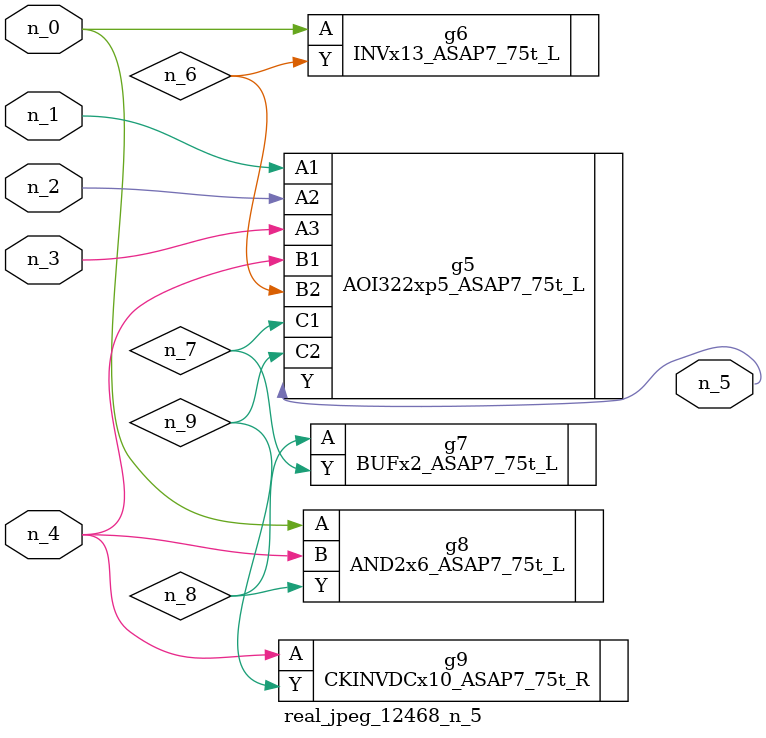
<source format=v>
module real_jpeg_12468_n_5 (n_4, n_0, n_1, n_2, n_3, n_5);

input n_4;
input n_0;
input n_1;
input n_2;
input n_3;

output n_5;

wire n_8;
wire n_6;
wire n_7;
wire n_9;

INVx13_ASAP7_75t_L g6 ( 
.A(n_0),
.Y(n_6)
);

AND2x6_ASAP7_75t_L g8 ( 
.A(n_0),
.B(n_4),
.Y(n_8)
);

AOI322xp5_ASAP7_75t_L g5 ( 
.A1(n_1),
.A2(n_2),
.A3(n_3),
.B1(n_4),
.B2(n_6),
.C1(n_7),
.C2(n_9),
.Y(n_5)
);

CKINVDCx10_ASAP7_75t_R g9 ( 
.A(n_4),
.Y(n_9)
);

BUFx2_ASAP7_75t_L g7 ( 
.A(n_8),
.Y(n_7)
);


endmodule
</source>
